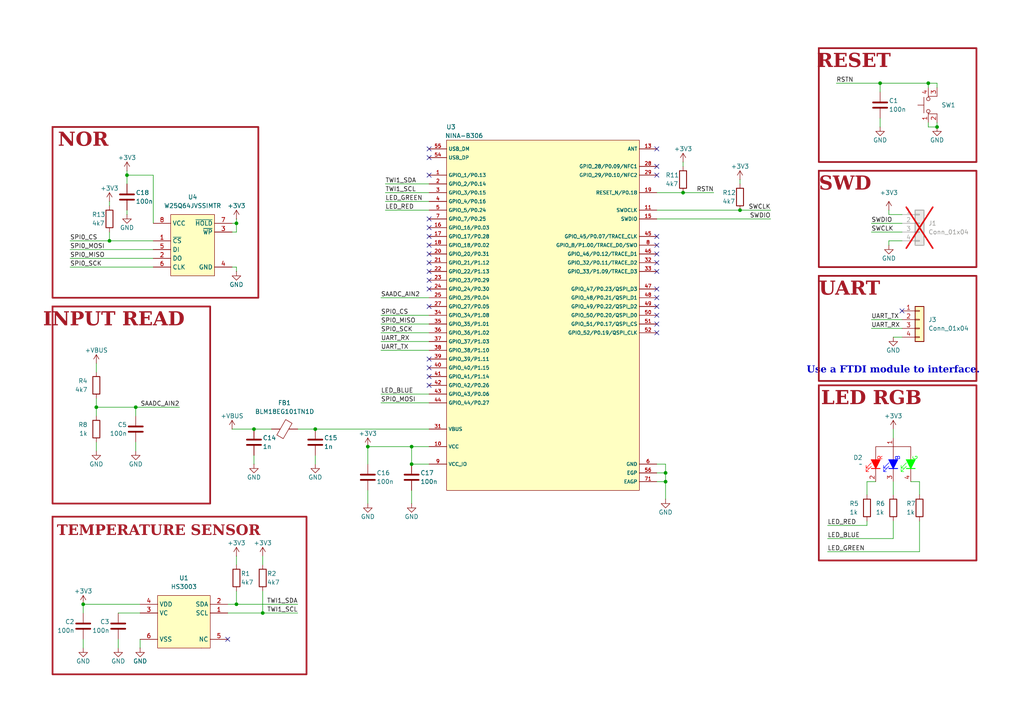
<source format=kicad_sch>
(kicad_sch (version 20250114) (generator "eeschema") (generator_version "9.0")
  (paper "A4")
  (title_block (title "PCB NRF52 PROJECT") (date "2025-05-16") (rev "1.0") (company "Author: William Sleman"))
  (lib_symbols
    (symbol "0_diodes:SMLP34RGB2W3"
      (property "Reference" "D" (at -9.525 6.35 0))
      (symbol "SMLP34RGB2W3_0_1"
        (polyline (pts (xy -5.08 3.81) (xy -5.08 5.08)))
        (polyline (pts (xy -5.08 1.27) (xy -5.08 0)))
        (polyline (pts (xy 0 3.81) (xy 0 5.08)))
        (polyline (pts (xy 0 1.27) (xy 0 0)))
        (polyline (pts (xy 5.08 3.81) (xy 5.08 5.08)))
        (polyline (pts (xy 5.08 1.27) (xy 5.08 0)))
        (polyline (pts (xy 5.08 0) (xy 5.08 -2.54) (xy 0 -2.54) (xy 0 0) (xy 0 -2.54) (xy -5.08 -2.54) (xy -5.08 0)))
      )
      (symbol "SMLP34RGB2W3_1_1"
        (polyline (pts (xy -6.35 3.81) (xy -3.81 3.81)) (stroke (width 0.254) (color 255 0 0 1)))
        (polyline (pts (xy -6.35 3.175) (xy -7.874 4.699) (xy -7.874 3.937) (xy -7.874 4.699) (xy -7.112 4.699)) (stroke (width 0) (color 255 0 0 1)))
        (polyline (pts (xy -6.35 2.159) (xy -7.874 3.683) (xy -7.874 2.921) (xy -7.874 3.683) (xy -7.112 3.683)) (stroke (width 0) (color 255 0 0 1)))
        (polyline (pts (xy -6.35 1.27) (xy -3.81 1.27) (xy -5.08 3.81) (xy -6.35 1.27)) (stroke (width 0.254) (color 255 0 0 1)) (fill (type color) (color 255 0 0 1)))
        (polyline (pts (xy -5.08 3.81) (xy -5.08 1.27)) (stroke (width 0) (color 255 0 0 1)))
        (polyline (pts (xy -1.27 3.81) (xy 1.27 3.81)) (stroke (width 0.254) (color 0 0 255 1)))
        (polyline (pts (xy -1.27 3.175) (xy -2.794 4.699) (xy -2.794 3.937) (xy -2.794 4.699) (xy -2.032 4.699)) (stroke (width 0) (color 0 0 255 1)))
        (polyline (pts (xy -1.27 2.159) (xy -2.794 3.683) (xy -2.794 2.921) (xy -2.794 3.683) (xy -2.032 3.683)) (stroke (width 0) (color 0 0 255 1)))
        (polyline (pts (xy -1.27 1.27) (xy 1.27 1.27) (xy 0 3.81) (xy -1.27 1.27)) (stroke (width 0.254) (color 0 0 255 1)) (fill (type color) (color 0 0 255 1)))
        (polyline (pts (xy 3.81 3.81) (xy 6.35 3.81)) (stroke (width 0.254) (color 0 255 0 1)))
        (polyline (pts (xy 3.81 3.175) (xy 2.286 4.699) (xy 2.286 3.937) (xy 2.286 4.699) (xy 3.048 4.699)) (stroke (width 0) (color 0 255 0 1)))
        (polyline (pts (xy 3.81 2.159) (xy 2.286 3.683) (xy 2.286 2.921) (xy 2.286 3.683) (xy 3.048 3.683)) (stroke (width 0) (color 0 255 0 1)))
        (polyline (pts (xy 3.81 1.27) (xy 6.35 1.27) (xy 5.08 3.81) (xy 3.81 1.27)) (stroke (width 0.254) (color 0 255 0 1)) (fill (type color) (color 0 255 0 1)))
        (text "R" (at -3.81 0.635 900) (effects (font (size 1.27 1.27))))
        (text "B" (at 1.27 0.635 900) (effects (font (size 1.27 1.27))))
        (text "G" (at 6.35 0.635 900) (effects (font (size 1.27 1.27))))
        (pin passive line (at -5.08 7.62 270) (length 2.54) (name "") (number "2"))
        (pin passive line (at 0 7.62 270) (length 2.54) (name "") (number "3"))
        (pin passive line (at 0 -5.08 90) (length 2.54) (name "") (number "1"))
        (pin passive line (at 5.08 7.62 270) (length 2.54) (name "") (number "4"))
      )
    )
    (symbol "0_ics:HS3003"
      (property "Reference" "U" (at 0 6.35 0))
      (property "Value" "HS3003" (at 0 3.81 0))
      (symbol "HS3003_0_1"
        (rectangle (start 5.08 -12.7) (end 5.08 -12.7))
      )
      (symbol "HS3003_1_1"
        (rectangle (start -7.62 2.54) (end 7.62 -12.7) (fill (type color) (color 255 255 194 1)))
        (pin passive line (at -12.7 0 0) (length 5.08) (name "VDD") (number "4"))
        (pin passive line (at -12.7 -2.54 0) (length 5.08) (name "VC") (number "3"))
        (pin passive line (at -12.7 -10.16 0) (length 5.08) (name "VSS") (number "6"))
        (pin passive line (at 12.7 0 180) (length 5.08) (name "SDA") (number "2"))
        (pin passive line (at 12.7 -2.54 180) (length 5.08) (name "SCL") (number "1"))
        (pin passive line (at 12.7 -10.16 180) (length 5.08) (name "NC") (number "5"))
      )
    )
    (symbol "0_ics:NINA-B306"
      (property "Reference" "U" (at -17.78 0 0))
      (symbol "NINA-B306_0_0"
        (rectangle (start -12.7 -2.54) (end 43.18 -104.14) (stroke (width 0.1524)) (fill (type background)))
      )
      (symbol "NINA-B306_1_0"
        (pin passive line (at -17.78 -5.08 0) (length 5.08) (name "USB_DM") (number "55"))
        (pin passive line (at -17.78 -7.62 0) (length 5.08) (name "USB_DP") (number "54"))
        (pin passive line (at -17.78 -12.7 0) (length 5.08) (name "GPIO_1/P0.13") (number "1"))
        (pin passive line (at -17.78 -15.24 0) (length 5.08) (name "GPIO_2/P0.14") (number "2"))
        (pin passive line (at -17.78 -17.78 0) (length 5.08) (name "GPIO_3/P0.15") (number "3"))
        (pin passive line (at -17.78 -20.32 0) (length 5.08) (name "GPIO_4/P0.16") (number "4"))
        (pin passive line (at -17.78 -22.86 0) (length 5.08) (name "GPIO_5/P0.24") (number "5"))
        (pin passive line (at -17.78 -25.4 0) (length 5.08) (name "GPIO_7/P0.25") (number "7"))
        (pin passive line (at -17.78 -27.94 0) (length 5.08) (name "GPIO_16/P0.03") (number "16"))
        (pin passive line (at -17.78 -30.48 0) (length 5.08) (name "GPIO_17/P0.28") (number "17"))
        (pin passive line (at -17.78 -33.02 0) (length 5.08) (name "GPIO_18/P0.02") (number "18"))
        (pin passive line (at -17.78 -35.56 0) (length 5.08) (name "GPIO_20/P0.31") (number "20"))
        (pin passive line (at -17.78 -38.1 0) (length 5.08) (name "GPIO_21/P1.12") (number "21"))
        (pin passive line (at -17.78 -40.64 0) (length 5.08) (name "GPIO_22/P1.13") (number "22"))
        (pin passive line (at -17.78 -43.18 0) (length 5.08) (name "GPIO_23/P0.29") (number "23"))
        (pin passive line (at -17.78 -45.72 0) (length 5.08) (name "GPIO_24/P0.30") (number "24"))
        (pin passive line (at -17.78 -48.26 0) (length 5.08) (name "GPIO_25/P0.04") (number "25"))
        (pin passive line (at -17.78 -50.8 0) (length 5.08) (name "GPIO_27/P0.05") (number "27"))
        (pin passive line (at -17.78 -53.34 0) (length 5.08) (name "GPIO_34/P1.08") (number "34"))
        (pin passive line (at -17.78 -55.88 0) (length 5.08) (name "GPIO_35/P1.01") (number "35"))
        (pin passive line (at -17.78 -58.42 0) (length 5.08) (name "GPIO_36/P1.02") (number "36"))
        (pin passive line (at -17.78 -60.96 0) (length 5.08) (name "GPIO_37/P1.03") (number "37"))
        (pin passive line (at -17.78 -63.5 0) (length 5.08) (name "GPIO_38/P1.10") (number "38"))
        (pin passive line (at -17.78 -66.04 0) (length 5.08) (name "GPIO_39/P1.11") (number "39"))
        (pin passive line (at -17.78 -68.58 0) (length 5.08) (name "GPIO_40/P1.15") (number "40"))
        (pin passive line (at -17.78 -71.12 0) (length 5.08) (name "GPIO_41/P1.14") (number "41"))
        (pin passive line (at -17.78 -73.66 0) (length 5.08) (name "GPIO_42/P0.26") (number "42"))
        (pin passive line (at -17.78 -76.2 0) (length 5.08) (name "GPIO_43/P0.06") (number "43"))
        (pin passive line (at -17.78 -78.74 0) (length 5.08) (name "GPIO_44/P0.27") (number "44"))
        (pin passive line (at -17.78 -86.36 0) (length 5.08) (name "VBUS") (number "31"))
        (pin passive line (at -17.78 -91.44 0) (length 5.08) (name "VCC") (number "10"))
        (pin passive line (at -17.78 -96.52 0) (length 5.08) (name "VCC_IO") (number "9"))
        (pin passive line (at 48.26 -5.08 180) (length 5.08) (name "ANT") (number "13"))
        (pin passive line (at 48.26 -10.16 180) (length 5.08) (name "GPIO_28/P0.09/NFC1") (number "28"))
        (pin passive line (at 48.26 -12.7 180) (length 5.08) (name "GPIO_29/P0.10/NFC2") (number "29"))
        (pin passive line (at 48.26 -17.78 180) (length 5.08) (name "RESET_N/P0.18") (number "19"))
        (pin passive line (at 48.26 -22.86 180) (length 5.08) (name "SWDCLK") (number "11"))
        (pin passive line (at 48.26 -25.4 180) (length 5.08) (name "SWDIO") (number "15"))
        (pin passive line (at 48.26 -30.48 180) (length 5.08) (name "GPIO_45/P0.07/TRACE_CLK") (number "45"))
        (pin passive line (at 48.26 -33.02 180) (length 5.08) (name "GPIO_8/P1.00/TRACE_D0/SWO") (number "8"))
        (pin passive line (at 48.26 -35.56 180) (length 5.08) (name "GPIO_46/P0.12/TRACE_D1") (number "46"))
        (pin passive line (at 48.26 -38.1 180) (length 5.08) (name "GPIO_32/P0.11/TRACE_D2") (number "32"))
        (pin passive line (at 48.26 -40.64 180) (length 5.08) (name "GPIO_33/P1.09/TRACE_D3") (number "33"))
        (pin passive line (at 48.26 -45.72 180) (length 5.08) (name "GPIO_47/P0.23/QSPI_D3") (number "47"))
        (pin passive line (at 48.26 -48.26 180) (length 5.08) (name "GPIO_48/P0.21/QSPI_D1") (number "48"))
        (pin passive line (at 48.26 -50.8 180) (length 5.08) (name "GPIO_49/P0.22/QSPI_D2") (number "49"))
        (pin passive line (at 48.26 -53.34 180) (length 5.08) (name "GPIO_50/P0.20/QSPI_D0") (number "50"))
        (pin passive line (at 48.26 -55.88 180) (length 5.08) (name "GPIO_51/P0.17/QSPI_CS") (number "51"))
        (pin passive line (at 48.26 -58.42 180) (length 5.08) (name "GPIO_52/P0.19/QSPI_CLK") (number "52"))
        (pin passive line (at 48.26 -96.52 180) (length 5.08) (hide yes) (name "GND") (number "12"))
        (pin passive line (at 48.26 -96.52 180) (length 5.08) (hide yes) (name "GND") (number "14"))
        (pin passive line (at 48.26 -96.52 180) (length 5.08) (hide yes) (name "GND") (number "26"))
        (pin passive line (at 48.26 -96.52 180) (length 5.08) (hide yes) (name "GND") (number "30"))
        (pin passive line (at 48.26 -96.52 180) (length 5.08) (hide yes) (name "GND") (number "53"))
        (pin passive line (at 48.26 -96.52 180) (length 5.08) (name "GND") (number "6"))
        (pin passive line (at 48.26 -99.06 180) (length 5.08) (name "EGP") (number "56"))
        (pin passive line (at 48.26 -99.06 180) (length 5.08) (hide yes) (name "EGP") (number "57"))
        (pin passive line (at 48.26 -99.06 180) (length 5.08) (hide yes) (name "EGP") (number "58"))
        (pin passive line (at 48.26 -99.06 180) (length 5.08) (hide yes) (name "EGP") (number "59"))
        (pin passive line (at 48.26 -99.06 180) (length 5.08) (hide yes) (name "EGP") (number "60"))
        (pin passive line (at 48.26 -99.06 180) (length 5.08) (hide yes) (name "EGP") (number "61"))
        (pin passive line (at 48.26 -99.06 180) (length 5.08) (hide yes) (name "EGP") (number "62"))
        (pin passive line (at 48.26 -99.06 180) (length 5.08) (hide yes) (name "EGP") (number "63"))
        (pin passive line (at 48.26 -99.06 180) (length 5.08) (hide yes) (name "EGP") (number "64"))
        (pin passive line (at 48.26 -99.06 180) (length 5.08) (hide yes) (name "EGP") (number "65"))
        (pin passive line (at 48.26 -99.06 180) (length 5.08) (hide yes) (name "EGP") (number "66"))
        (pin passive line (at 48.26 -99.06 180) (length 5.08) (hide yes) (name "EGP") (number "67"))
        (pin passive line (at 48.26 -101.6 180) (length 5.08) (hide yes) (name "EAGP") (number "68"))
        (pin passive line (at 48.26 -101.6 180) (length 5.08) (hide yes) (name "EAGP") (number "69"))
        (pin passive line (at 48.26 -101.6 180) (length 5.08) (hide yes) (name "EAGP") (number "70"))
        (pin passive line (at 48.26 -101.6 180) (length 5.08) (name "EAGP") (number "71"))
      )
    )
    (symbol "0_ics:W25Q64JVSSIMTR"
      (property "Reference" "U" (at 6.35 8.89 0))
      (property "Value" "W25Q64JVSSIMTR" (at 5.08 6.35 0))
      (symbol "W25Q64JVSSIMTR_1_1"
        (rectangle (start 0 5.08) (end 12.7 -12.7) (fill (type color) (color 255 255 194 1)))
        (pin passive line (at -5.08 2.54 0) (length 5.08) (name "VCC") (number "8"))
        (pin passive line (at -5.08 -2.54 0) (length 5.08) (name "~{CS}") (number "1"))
        (pin passive line (at -5.08 -5.08 0) (length 5.08) (name "DI") (number "5"))
        (pin passive line (at -5.08 -7.62 0) (length 5.08) (name "DO") (number "2"))
        (pin passive line (at -5.08 -10.16 0) (length 5.08) (name "CLK") (number "6"))
        (pin passive line (at 17.78 2.54 180) (length 5.08) (name "~{HOLD}") (number "7"))
        (pin passive line (at 17.78 0 180) (length 5.08) (name "~{WP}") (number "3"))
        (pin passive line (at 17.78 -10.16 180) (length 5.08) (name "GND") (number "4"))
      )
    )
    (symbol "0_others:PTS526SK15SMTR2LFS"
      (property "Reference" "SW" (at -5.08 5.08 0))
      (symbol "PTS526SK15SMTR2LFS_0_1"
        (polyline (pts (xy -2.54 -1.27) (xy -2.54 1.27) (xy -2.286 1.27)))
        (polyline (pts (xy -2.286 2.54) (xy 2.286 2.54)))
        (circle (center -1.778 1.27) (radius 0.508))
        (polyline (pts (xy 0 2.54) (xy 0 4.318)))
        (circle (center 1.778 1.27) (radius 0.508))
        (polyline (pts (xy 2.54 -1.27) (xy 2.54 1.27) (xy 2.286 1.27)))
      )
      (symbol "PTS526SK15SMTR2LFS_1_1"
        (pin passive line (at -5.08 1.27 0) (length 2.54) (name "") (number "1"))
        (pin passive line (at -5.08 -1.27 0) (length 2.54) (name "") (number "2"))
        (pin passive line (at 5.08 1.27 180) (length 2.54) (name "") (number "4"))
        (pin passive line (at 5.08 -1.27 180) (length 2.54) (name "") (number "3"))
      )
    )
    (symbol "Connector_Generic:Conn_01x04" (pin_names (offset 1.016) (hide yes))
      (property "Reference" "J" (at 0 5.08 0))
      (property "Value" "Conn_01x04" (at 0 -7.62 0))
      (symbol "Conn_01x04_1_1"
        (rectangle (start -1.27 3.81) (end 1.27 -6.35) (stroke (width 0.254)) (fill (type background)))
        (rectangle (start -1.27 2.667) (end 0 2.413) (stroke (width 0.1524)))
        (rectangle (start -1.27 0.127) (end 0 -0.127) (stroke (width 0.1524)))
        (rectangle (start -1.27 -2.413) (end 0 -2.667) (stroke (width 0.1524)))
        (rectangle (start -1.27 -4.953) (end 0 -5.207) (stroke (width 0.1524)))
        (pin passive line (at -5.08 2.54 0) (length 3.81) (name "Pin_1") (number "1"))
        (pin passive line (at -5.08 0 0) (length 3.81) (name "Pin_2") (number "2"))
        (pin passive line (at -5.08 -2.54 0) (length 3.81) (name "Pin_3") (number "3"))
        (pin passive line (at -5.08 -5.08 0) (length 3.81) (name "Pin_4") (number "4"))
      )
    )
    (symbol "Device:C" (pin_numbers (hide yes)) (pin_names (offset 0.254))
      (property "Reference" "C" (at 0.635 2.54 0))
      (property "Value" "C" (at 0.635 -2.54 0))
      (symbol "C_0_1"
        (polyline (pts (xy -2.032 0.762) (xy 2.032 0.762)) (stroke (width 0.508)))
        (polyline (pts (xy -2.032 -0.762) (xy 2.032 -0.762)) (stroke (width 0.508)))
      )
      (symbol "C_1_1"
        (pin passive line (at 0 3.81 270) (length 2.794) (name "~") (number "1"))
        (pin passive line (at 0 -3.81 90) (length 2.794) (name "~") (number "2"))
      )
    )
    (symbol "Device:FerriteBead" (pin_numbers (hide yes)) (pin_names (offset 0))
      (property "Reference" "FB" (at -3.81 0.635 90))
      (property "Value" "FerriteBead" (at 3.81 0 90))
      (symbol "FerriteBead_0_1"
        (polyline (pts (xy -2.7686 0.4064) (xy -1.7018 2.2606) (xy 2.7686 -0.3048) (xy 1.6764 -2.159) (xy -2.7686 0.4064)))
        (polyline (pts (xy 0 1.27) (xy 0 1.2954)))
        (polyline (pts (xy 0 -1.27) (xy 0 -1.2192)))
      )
      (symbol "FerriteBead_1_1"
        (pin passive line (at 0 3.81 270) (length 2.54) (name "~") (number "1"))
        (pin passive line (at 0 -3.81 90) (length 2.54) (name "~") (number "2"))
      )
    )
    (symbol "Device:R" (pin_numbers (hide yes)) (pin_names (offset 0))
      (property "Reference" "R" (at 2.032 0 90))
      (property "Value" "R" (at 0 0 90))
      (symbol "R_0_1"
        (rectangle (start -1.016 -2.54) (end 1.016 2.54) (stroke (width 0.254)))
      )
      (symbol "R_1_1"
        (pin passive line (at 0 3.81 270) (length 1.27) (name "~") (number "1"))
        (pin passive line (at 0 -3.81 90) (length 1.27) (name "~") (number "2"))
      )
    )
    (symbol "power:+3V3" (power) (pin_numbers (hide yes)) (pin_names (offset 0) (hide yes))
      (property "Value" "+3V3" (at 0 3.556 0))
      (symbol "+3V3_0_1"
        (polyline (pts (xy -0.762 1.27) (xy 0 2.54)))
        (polyline (pts (xy 0 2.54) (xy 0.762 1.27)))
        (polyline (pts (xy 0 0) (xy 0 2.54)))
      )
      (symbol "+3V3_1_1"
        (pin power_in line (at 0 0 90) (length 0) (name "~") (number "1"))
      )
    )
    (symbol "power:+5V" (power) (pin_numbers (hide yes)) (pin_names (offset 0) (hide yes))
      (property "Value" "+5V" (at 0 3.556 0))
      (symbol "+5V_0_1"
        (polyline (pts (xy -0.762 1.27) (xy 0 2.54)))
        (polyline (pts (xy 0 2.54) (xy 0.762 1.27)))
        (polyline (pts (xy 0 0) (xy 0 2.54)))
      )
      (symbol "+5V_1_1"
        (pin power_in line (at 0 0 90) (length 0) (name "~") (number "1"))
      )
    )
    (symbol "power:GND" (power) (pin_numbers (hide yes)) (pin_names (offset 0) (hide yes))
      (property "Value" "GND" (at 0 -3.81 0))
      (symbol "GND_0_1"
        (polyline (pts (xy 0 0) (xy 0 -1.27) (xy 1.27 -1.27) (xy 0 -2.54) (xy -1.27 -1.27) (xy 0 -1.27)))
      )
      (symbol "GND_1_1"
        (pin power_in line (at 0 0 270) (length 0) (name "~") (number "1"))
      )
    )
  )
  (rectangle (start 15.24 36.83) (end 74.93 86.36) (stroke (width 0.5) (color 162 22 34 1)))
  (rectangle (start 237.49 13.97) (end 283.21 46.99) (stroke (width 0.5) (color 162 22 34 1)))
  (rectangle (start 15.24 88.9) (end 60.96 146.05) (stroke (width 0.5) (color 162 22 34 1)))
  (rectangle (start 237.49 80.01) (end 283.21 110.49) (stroke (width 0.5) (color 162 22 34 1)))
  (rectangle (start 237.49 49.53) (end 283.21 77.47) (stroke (width 0.5) (color 162 22 34 1)))
  (rectangle (start 237.49 111.76) (end 283.21 162.56) (stroke (width 0.5) (color 162 22 34 1)))
  (rectangle (start 15.24 149.86) (end 88.9 195.58) (stroke (width 0.5) (color 162 22 34 1)))
  (text "TEMPERATURE SENSOR" (at 16.51 154.94 0) (effects (font (size 3 3) (bold yes)) (justify left)))
  (text "NOR" (at 24.13 41.91 0) (effects (font (size 4 4) (bold yes))))
  (text "LED RGB" (at 252.73 116.84 0) (effects (font (size 4 4) (bold yes))))
  (text "SWD" (at 245.11 54.61 0) (effects (font (size 4 4) (bold yes))))
  (text "UART" (at 246.38 85.09 0) (effects (font (size 4 4) (bold yes))))
  (text "${SHEETNAME}" (at 111.76 30.48 0) (effects (font (size 9 9) (thickness 1) (bold yes)) (justify left bottom)))
  (text "Use a FTDI module to interface." (at 259.08 107.95 0) (effects (font (size 2 2) (bold yes))))
  (text "RESET" (at 247.65 19.05 0) (effects (font (size 4 4) (bold yes))))
  (text "INPUT READ" (at 33.02 93.98 0) (effects (font (size 4 4) (bold yes))))
  (junction (at 193.04 139.7))
  (junction (at 119.38 129.54))
  (junction (at 36.83 50.8))
  (junction (at 27.94 118.11))
  (junction (at 214.63 60.96))
  (junction (at 106.68 129.54))
  (junction (at 198.12 55.88))
  (junction (at 269.24 24.13))
  (junction (at 119.38 134.62))
  (junction (at 91.44 124.46))
  (junction (at 76.2 177.8))
  (junction (at 68.58 175.26))
  (junction (at 73.66 124.46))
  (junction (at 24.13 175.26))
  (junction (at 68.58 64.77))
  (junction (at 39.37 118.11))
  (junction (at 193.04 137.16))
  (junction (at 31.75 69.85))
  (junction (at 271.78 36.83))
  (junction (at 255.27 24.13))
  (no_connect (at 124.46 71.12))
  (no_connect (at 124.46 106.68))
  (no_connect (at 124.46 109.22))
  (no_connect (at 190.5 96.52))
  (no_connect (at 190.5 83.82))
  (no_connect (at 124.46 78.74))
  (no_connect (at 124.46 66.04))
  (no_connect (at 190.5 71.12))
  (no_connect (at 190.5 73.66))
  (no_connect (at 190.5 86.36))
  (no_connect (at 124.46 81.28))
  (no_connect (at 124.46 83.82))
  (no_connect (at 124.46 45.72))
  (no_connect (at 190.5 88.9))
  (no_connect (at 124.46 63.5))
  (no_connect (at 124.46 68.58))
  (no_connect (at 190.5 76.2))
  (no_connect (at 190.5 48.26))
  (no_connect (at 190.5 91.44))
  (no_connect (at 190.5 50.8))
  (no_connect (at 66.04 185.42))
  (no_connect (at 190.5 78.74))
  (no_connect (at 124.46 104.14))
  (no_connect (at 261.62 90.17))
  (no_connect (at 190.5 68.58))
  (no_connect (at 124.46 50.8))
  (no_connect (at 124.46 88.9))
  (no_connect (at 124.46 111.76))
  (no_connect (at 124.46 76.2))
  (no_connect (at 124.46 73.66))
  (no_connect (at 190.5 43.18))
  (no_connect (at 124.46 43.18))
  (no_connect (at 190.5 93.98))
  (wire (pts (xy 255.27 24.13) (xy 255.27 26.67)))
  (wire (pts (xy 255.27 34.29) (xy 255.27 36.83)))
  (wire (pts (xy 27.94 105.41) (xy 27.94 107.95)))
  (wire (pts (xy 44.45 50.8) (xy 44.45 64.77)))
  (wire (pts (xy 31.75 67.31) (xy 31.75 69.85)))
  (wire (pts (xy 36.83 50.8) (xy 36.83 53.34)))
  (wire (pts (xy 240.03 156.21) (xy 259.08 156.21)))
  (wire (pts (xy 266.7 139.7) (xy 264.16 139.7)))
  (wire (pts (xy 67.31 124.46) (xy 73.66 124.46)))
  (wire (pts (xy 119.38 129.54) (xy 119.38 134.62)))
  (wire (pts (xy 68.58 161.29) (xy 68.58 163.83)))
  (wire (pts (xy 110.49 86.36) (xy 124.46 86.36)))
  (wire (pts (xy 91.44 132.08) (xy 91.44 134.62)))
  (wire (pts (xy 198.12 55.88) (xy 207.01 55.88)))
  (wire (pts (xy 68.58 171.45) (xy 68.58 175.26)))
  (wire (pts (xy 68.58 175.26) (xy 86.36 175.26)))
  (wire (pts (xy 252.73 95.25) (xy 261.62 95.25)))
  (wire (pts (xy 214.63 52.07) (xy 214.63 53.34)))
  (wire (pts (xy 40.64 175.26) (xy 24.13 175.26)))
  (wire (pts (xy 27.94 118.11) (xy 27.94 120.65)))
  (wire (pts (xy 269.24 24.13) (xy 271.78 24.13)))
  (wire (pts (xy 190.5 60.96) (xy 214.63 60.96)))
  (wire (pts (xy 66.04 175.26) (xy 68.58 175.26)))
  (wire (pts (xy 190.5 63.5) (xy 223.52 63.5)))
  (wire (pts (xy 242.57 24.13) (xy 255.27 24.13)))
  (wire (pts (xy 271.78 24.13) (xy 271.78 25.4)))
  (wire (pts (xy 24.13 185.42) (xy 24.13 187.96)))
  (wire (pts (xy 73.66 124.46) (xy 78.74 124.46)))
  (wire (pts (xy 106.68 129.54) (xy 106.68 134.62)))
  (wire (pts (xy 269.24 36.83) (xy 271.78 36.83)))
  (wire (pts (xy 255.27 24.13) (xy 269.24 24.13)))
  (wire (pts (xy 68.58 77.47) (xy 67.31 77.47)))
  (wire (pts (xy 111.76 55.88) (xy 124.46 55.88)))
  (wire (pts (xy 193.04 134.62) (xy 193.04 137.16)))
  (wire (pts (xy 266.7 139.7) (xy 266.7 143.51)))
  (wire (pts (xy 119.38 129.54) (xy 106.68 129.54)))
  (wire (pts (xy 119.38 134.62) (xy 124.46 134.62)))
  (wire (pts (xy 110.49 116.84) (xy 124.46 116.84)))
  (wire (pts (xy 193.04 139.7) (xy 193.04 137.16)))
  (wire (pts (xy 67.31 64.77) (xy 68.58 64.77)))
  (wire (pts (xy 251.46 139.7) (xy 251.46 143.51)))
  (wire (pts (xy 91.44 124.46) (xy 124.46 124.46)))
  (wire (pts (xy 259.08 97.79) (xy 261.62 97.79)))
  (wire (pts (xy 190.5 134.62) (xy 193.04 134.62)))
  (wire (pts (xy 36.83 49.53) (xy 36.83 50.8)))
  (wire (pts (xy 261.62 69.85) (xy 257.81 69.85)))
  (wire (pts (xy 24.13 175.26) (xy 24.13 177.8)))
  (wire (pts (xy 39.37 118.11) (xy 39.37 120.65)))
  (wire (pts (xy 27.94 128.27) (xy 27.94 130.81)))
  (wire (pts (xy 34.29 185.42) (xy 34.29 187.96)))
  (wire (pts (xy 111.76 53.34) (xy 124.46 53.34)))
  (wire (pts (xy 269.24 35.56) (xy 269.24 36.83)))
  (wire (pts (xy 190.5 55.88) (xy 198.12 55.88)))
  (wire (pts (xy 252.73 92.71) (xy 261.62 92.71)))
  (wire (pts (xy 252.73 67.31) (xy 261.62 67.31)))
  (wire (pts (xy 259.08 156.21) (xy 259.08 151.13)))
  (wire (pts (xy 20.32 72.39) (xy 44.45 72.39)))
  (wire (pts (xy 39.37 118.11) (xy 27.94 118.11)))
  (wire (pts (xy 257.81 69.85) (xy 257.81 71.12)))
  (wire (pts (xy 110.49 93.98) (xy 124.46 93.98)))
  (wire (pts (xy 110.49 101.6) (xy 124.46 101.6)))
  (wire (pts (xy 66.04 177.8) (xy 76.2 177.8)))
  (wire (pts (xy 254 139.7) (xy 251.46 139.7)))
  (wire (pts (xy 261.62 62.23) (xy 257.81 62.23)))
  (wire (pts (xy 86.36 124.46) (xy 91.44 124.46)))
  (wire (pts (xy 193.04 144.78) (xy 193.04 139.7)))
  (wire (pts (xy 110.49 99.06) (xy 124.46 99.06)))
  (wire (pts (xy 259.08 124.46) (xy 259.08 127)))
  (wire (pts (xy 67.31 67.31) (xy 68.58 67.31)))
  (wire (pts (xy 124.46 129.54) (xy 119.38 129.54)))
  (wire (pts (xy 251.46 151.13) (xy 251.46 152.4)))
  (wire (pts (xy 261.62 64.77) (xy 252.73 64.77)))
  (wire (pts (xy 266.7 160.02) (xy 266.7 151.13)))
  (wire (pts (xy 111.76 58.42) (xy 124.46 58.42)))
  (wire (pts (xy 40.64 185.42) (xy 40.64 187.96)))
  (wire (pts (xy 31.75 69.85) (xy 44.45 69.85)))
  (wire (pts (xy 31.75 58.42) (xy 31.75 59.69)))
  (wire (pts (xy 257.81 62.23) (xy 257.81 60.96)))
  (wire (pts (xy 190.5 137.16) (xy 193.04 137.16)))
  (wire (pts (xy 240.03 160.02) (xy 266.7 160.02)))
  (wire (pts (xy 110.49 96.52) (xy 124.46 96.52)))
  (wire (pts (xy 27.94 115.57) (xy 27.94 118.11)))
  (wire (pts (xy 190.5 139.7) (xy 193.04 139.7)))
  (wire (pts (xy 44.45 50.8) (xy 36.83 50.8)))
  (wire (pts (xy 110.49 91.44) (xy 124.46 91.44)))
  (wire (pts (xy 76.2 177.8) (xy 86.36 177.8)))
  (wire (pts (xy 20.32 69.85) (xy 31.75 69.85)))
  (wire (pts (xy 39.37 128.27) (xy 39.37 130.81)))
  (wire (pts (xy 68.58 67.31) (xy 68.58 64.77)))
  (wire (pts (xy 52.07 118.11) (xy 39.37 118.11)))
  (wire (pts (xy 214.63 60.96) (xy 223.52 60.96)))
  (wire (pts (xy 110.49 114.3) (xy 124.46 114.3)))
  (wire (pts (xy 269.24 24.13) (xy 269.24 25.4)))
  (wire (pts (xy 259.08 139.7) (xy 259.08 143.51)))
  (wire (pts (xy 198.12 46.99) (xy 198.12 48.26)))
  (wire (pts (xy 111.76 60.96) (xy 124.46 60.96)))
  (wire (pts (xy 240.03 152.4) (xy 251.46 152.4)))
  (wire (pts (xy 106.68 142.24) (xy 106.68 146.05)))
  (wire (pts (xy 73.66 132.08) (xy 73.66 134.62)))
  (wire (pts (xy 68.58 63.5) (xy 68.58 64.77)))
  (wire (pts (xy 68.58 78.74) (xy 68.58 77.47)))
  (wire (pts (xy 76.2 171.45) (xy 76.2 177.8)))
  (wire (pts (xy 271.78 36.83) (xy 271.78 35.56)))
  (wire (pts (xy 20.32 77.47) (xy 44.45 77.47)))
  (wire (pts (xy 40.64 177.8) (xy 34.29 177.8)))
  (wire (pts (xy 76.2 161.29) (xy 76.2 163.83)))
  (wire (pts (xy 36.83 60.96) (xy 36.83 62.23)))
  (wire (pts (xy 119.38 142.24) (xy 119.38 146.05)))
  (wire (pts (xy 20.32 74.93) (xy 44.45 74.93)))
  (label "SWDIO" (at 223.52 63.5 180))
  (label "TWI1_SDA" (at 86.36 175.26 180))
  (label "TWI1_SCL" (at 111.76 55.88 0))
  (label "SAADC_AIN2" (at 110.49 86.36 0))
  (label "RSTN" (at 242.57 24.13 0))
  (label "SWCLK" (at 223.52 60.96 180))
  (label "SPI0_MISO" (at 20.32 74.93 0))
  (label "UART_RX" (at 252.73 95.25 0))
  (label "SPI0_CS" (at 110.49 91.44 0))
  (label "UART_RX" (at 110.49 99.06 0))
  (label "SWDIO" (at 252.73 64.77 0))
  (label "SPI0_MOSI" (at 110.49 116.84 0))
  (label "SPI0_CS" (at 20.32 69.85 0))
  (label "TWI1_SCL" (at 86.36 177.8 180))
  (label "TWI1_SDA" (at 111.76 53.34 0))
  (label "SWCLK" (at 252.73 67.31 0))
  (label "LED_BLUE" (at 240.03 156.21 0))
  (label "SPI0_MOSI" (at 20.32 72.39 0))
  (label "SAADC_AIN2" (at 52.07 118.11 180))
  (label "UART_TX" (at 252.73 92.71 0))
  (label "SPI0_MISO" (at 110.49 93.98 0))
  (label "UART_TX" (at 110.49 101.6 0))
  (label "LED_BLUE" (at 110.49 114.3 0))
  (label "RSTN" (at 207.01 55.88 180))
  (label "SPI0_SCK" (at 110.49 96.52 0))
  (label "LED_GREEN" (at 240.03 160.02 0))
  (label "LED_GREEN" (at 111.76 58.42 0))
  (label "SPI0_SCK" (at 20.32 77.47 0))
  (label "LED_RED" (at 111.76 60.96 0))
  (label "LED_RED" (at 240.03 152.4 0))
  (symbol (lib_id "power:+3V3") (at 76.2 161.29 0) (mirror y) (unit 1)
    (property "Reference" "#PWR04" (effects (hide yes)))
    (property "Value" "+3V3" (at 76.2 157.48 0))
    (property "Description" "Power symbol creates a global label with name \"+3V3\"" (effects (hide yes)))
  )
  (symbol (lib_id "power:GND") (at 106.68 146.05 0) (unit 1)
    (property "Reference" "#PWR037" (effects (hide yes)))
    (property "Value" "GND" (at 106.68 149.86 0))
    (property "Description" "Power symbol creates a global label with name \"GND\" , ground" (effects (hide yes)))
  )
  (symbol (lib_id "power:GND") (at 68.58 78.74 0) (unit 1)
    (property "Reference" "#PWR043" (effects (hide yes)))
    (property "Value" "GND" (at 68.58 82.55 0))
    (property "Description" "Power symbol creates a global label with name \"GND\" , ground" (effects (hide yes)))
  )
  (symbol (lib_id "power:GND") (at 119.38 146.05 0) (unit 1)
    (property "Reference" "#PWR038" (effects (hide yes)))
    (property "Value" "GND" (at 119.38 149.86 0))
    (property "Description" "Power symbol creates a global label with name \"GND\" , ground" (effects (hide yes)))
  )
  (symbol (lib_id "power:+5V") (at 67.31 124.46 0) (unit 1)
    (property "Reference" "#PWR032" (effects (hide yes)))
    (property "Value" "+VBUS" (at 67.31 120.65 0))
    (property "Description" "Power symbol creates a global label with name \"+5V\"" (effects (hide yes)))
  )
  (symbol (lib_id "Device:R") (at 259.08 147.32 0) (unit 1)
    (property "Reference" "R6" (at 254 146.05 0) (effects (justify left)))
    (property "Value" "1k" (at 254 148.59 0) (effects (justify left)))
    (property "Footprint" "Resistor_SMD:R_0402_1005Metric" (effects (hide yes)))
    (property "Description" "Resistor" (effects (hide yes)))
  )
  (symbol (lib_id "power:GND") (at 27.94 130.81 0) (mirror y) (unit 1)
    (property "Reference" "#PWR019" (effects (hide yes)))
    (property "Value" "GND" (at 27.94 134.62 0))
    (property "Description" "Power symbol creates a global label with name \"GND\" , ground" (effects (hide yes)))
  )
  (symbol (lib_id "power:GND") (at 255.27 36.83 0) (unit 1)
    (property "Reference" "#PWR01" (effects (hide yes)))
    (property "Value" "GND" (at 255.27 40.64 0))
    (property "Description" "Power symbol creates a global label with name \"GND\" , ground" (effects (hide yes)))
  )
  (symbol (lib_id "power:+3V3") (at 68.58 161.29 0) (mirror y) (unit 1)
    (property "Reference" "#PWR03" (effects (hide yes)))
    (property "Value" "+3V3" (at 68.58 157.48 0))
    (property "Description" "Power symbol creates a global label with name \"+3V3\"" (effects (hide yes)))
  )
  (symbol (lib_id "Device:R") (at 68.58 167.64 0) (unit 1)
    (property "Reference" "R1" (at 69.85 166.37 0) (effects (justify left)))
    (property "Value" "4k7" (at 69.85 168.91 0) (effects (justify left)))
    (property "Footprint" "Resistor_SMD:R_0402_1005Metric" (effects (hide yes)))
    (property "Description" "Resistor" (effects (hide yes)))
  )
  (symbol (lib_id "Device:C") (at 36.83 57.15 0) (unit 1)
    (property "Reference" "C18" (at 39.37 55.88 0) (effects (justify left)))
    (property "Value" "100n" (at 39.37 58.42 0) (effects (justify left)))
    (property "Footprint" "Capacitor_SMD:C_0402_1005Metric" (effects (hide yes)))
    (property "Description" "Unpolarized capacitor" (effects (hide yes)))
  )
  (symbol (lib_id "power:+3V3") (at 68.58 63.5 0) (unit 1)
    (property "Reference" "#PWR042" (effects (hide yes)))
    (property "Value" "+3V3" (at 68.58 59.69 0))
    (property "Description" "Power symbol creates a global label with name \"+3V3\"" (effects (hide yes)))
  )
  (symbol (lib_id "Connector_Generic:Conn_01x04") (at 266.7 64.77 0) (unit 1) (dnp yes)
    (property "Reference" "J1" (at 269.24 64.7699 0) (effects (justify left)))
    (property "Value" "Conn_01x04" (at 269.24 67.3099 0) (effects (justify left)))
    (property "Footprint" "Connector_PinHeader_2.54mm:PinHeader_1x04_P2.54mm_Vertical" (effects (hide yes)))
    (property "Description" "Generic connector, single row, 01x04, script generated (kicad-library-utils/schlib/autogen/connector/)" (effects (hide yes)))
  )
  (symbol (lib_id "power:GND") (at 259.08 97.79 0) (unit 1)
    (property "Reference" "#PWR012" (effects (hide yes)))
    (property "Value" "GND" (at 259.08 101.6 0))
    (property "Description" "Power symbol creates a global label with name \"GND\" , ground" (effects (hide yes)))
  )
  (symbol (lib_id "Device:R") (at 31.75 63.5 0) (unit 1)
    (property "Reference" "R13" (at 26.67 62.23 0) (effects (justify left)))
    (property "Value" "4k7" (at 26.67 64.77 0) (effects (justify left)))
    (property "Footprint" "Resistor_SMD:R_0402_1005Metric" (effects (hide yes)))
    (property "Description" "Resistor" (effects (hide yes)))
  )
  (symbol (lib_id "Connector_Generic:Conn_01x04") (at 266.7 92.71 0) (unit 1)
    (property "Reference" "J3" (at 269.24 92.7099 0) (effects (justify left)))
    (property "Value" "Conn_01x04" (at 269.24 95.2499 0) (effects (justify left)))
    (property "Footprint" "0_connectors:MOLEX_530480410" (effects (hide yes)))
    (property "Description" "Generic connector, single row, 01x04, script generated (kicad-library-utils/schlib/autogen/connector/)" (effects (hide yes)))
  )
  (symbol (lib_id "Device:C") (at 73.66 128.27 0) (unit 1)
    (property "Reference" "C14" (at 76.2 127 0) (effects (justify left)))
    (property "Value" "1n" (at 76.2 129.54 0) (effects (justify left)))
    (property "Footprint" "Capacitor_SMD:C_0402_1005Metric" (effects (hide yes)))
    (property "Description" "Unpolarized capacitor" (effects (hide yes)))
  )
  (symbol (lib_id "Device:C") (at 39.37 124.46 0) (mirror y) (unit 1)
    (property "Reference" "C5" (at 36.83 123.19 0) (effects (justify left)))
    (property "Value" "100n" (at 36.83 125.73 0) (effects (justify left)))
    (property "Footprint" "Capacitor_SMD:C_0402_1005Metric" (effects (hide yes)))
    (property "Description" "Unpolarized capacitor" (effects (hide yes)))
  )
  (symbol (lib_id "power:+3V3") (at 198.12 46.99 0) (unit 1)
    (property "Reference" "#PWR030" (effects (hide yes)))
    (property "Value" "+3V3" (at 198.12 43.18 0))
    (property "Description" "Power symbol creates a global label with name \"+3V3\"" (effects (hide yes)))
  )
  (symbol (lib_id "power:GND") (at 193.04 144.78 0) (unit 1)
    (property "Reference" "#PWR036" (effects (hide yes)))
    (property "Value" "GND" (at 193.04 148.59 0))
    (property "Description" "Power symbol creates a global label with name \"GND\" , ground" (effects (hide yes)))
  )
  (symbol (lib_id "Device:C") (at 34.29 181.61 0) (mirror y) (unit 1)
    (property "Reference" "C3" (at 31.75 180.34 0) (effects (justify left)))
    (property "Value" "100n" (at 31.75 182.88 0) (effects (justify left)))
    (property "Footprint" "Capacitor_SMD:C_0402_1005Metric" (effects (hide yes)))
    (property "Description" "Unpolarized capacitor" (effects (hide yes)))
  )
  (symbol (lib_id "power:+3V3") (at 31.75 58.42 0) (unit 1)
    (property "Reference" "#PWR040" (effects (hide yes)))
    (property "Value" "+3V3" (at 31.75 54.61 0))
    (property "Description" "Power symbol creates a global label with name \"+3V3\"" (effects (hide yes)))
  )
  (symbol (lib_id "Device:R") (at 251.46 147.32 0) (unit 1)
    (property "Reference" "R5" (at 246.38 146.05 0) (effects (justify left)))
    (property "Value" "1k" (at 246.38 148.59 0) (effects (justify left)))
    (property "Footprint" "Resistor_SMD:R_0402_1005Metric" (effects (hide yes)))
    (property "Description" "Resistor" (effects (hide yes)))
  )
  (symbol (lib_id "power:GND") (at 40.64 187.96 0) (mirror y) (unit 1)
    (property "Reference" "#PWR08" (effects (hide yes)))
    (property "Value" "GND" (at 40.64 191.77 0))
    (property "Description" "Power symbol creates a global label with name \"GND\" , ground" (effects (hide yes)))
  )
  (symbol (lib_id "power:+3V3") (at 257.81 60.96 0) (unit 1)
    (property "Reference" "#PWR09" (effects (hide yes)))
    (property "Value" "+3V3" (at 257.81 55.88 0))
    (property "Description" "Power symbol creates a global label with name \"+3V3\"" (effects (hide yes)))
  )
  (symbol (lib_id "Device:R") (at 266.7 147.32 0) (unit 1)
    (property "Reference" "R7" (at 262.89 146.05 0) (effects (justify left)))
    (property "Value" "1k" (at 262.89 148.59 0) (effects (justify left)))
    (property "Footprint" "Resistor_SMD:R_0402_1005Metric" (effects (hide yes)))
    (property "Description" "Resistor" (effects (hide yes)))
  )
  (symbol (lib_id "0_ics:W25Q64JVSSIMTR") (at 49.53 67.31 0) (unit 1)
    (property "Reference" "U4" (at 55.88 57.15 0))
    (property "Value" "W25Q64JVSSIMTR" (at 55.88 59.69 0))
    (property "Footprint" "Package_SO:SOIC-8_5.3x5.3mm_P1.27mm" (effects (hide yes)))
  )
  (symbol (lib_id "power:GND") (at 73.66 134.62 0) (unit 1)
    (property "Reference" "#PWR034" (effects (hide yes)))
    (property "Value" "GND" (at 73.66 138.43 0))
    (property "Description" "Power symbol creates a global label with name \"GND\" , ground" (effects (hide yes)))
  )
  (symbol (lib_id "power:+3V3") (at 106.68 129.54 0) (unit 1)
    (property "Reference" "#PWR033" (effects (hide yes)))
    (property "Value" "+3V3" (at 106.68 125.73 0))
    (property "Description" "Power symbol creates a global label with name \"+3V3\"" (effects (hide yes)))
  )
  (symbol (lib_id "Device:C") (at 91.44 128.27 0) (unit 1)
    (property "Reference" "C15" (at 93.98 127 0) (effects (justify left)))
    (property "Value" "1n" (at 93.98 129.54 0) (effects (justify left)))
    (property "Footprint" "Capacitor_SMD:C_0402_1005Metric" (effects (hide yes)))
    (property "Description" "Unpolarized capacitor" (effects (hide yes)))
  )
  (symbol (lib_id "Device:R") (at 27.94 124.46 0) (mirror y) (unit 1)
    (property "Reference" "R8" (at 25.4 123.1899 0) (effects (justify left)))
    (property "Value" "1k" (at 25.4 125.7299 0) (effects (justify left)))
    (property "Footprint" "Resistor_SMD:R_0402_1005Metric" (effects (hide yes)))
    (property "Description" "Resistor" (effects (hide yes)))
  )
  (symbol (lib_id "power:+3V3") (at 24.13 175.26 0) (mirror y) (unit 1)
    (property "Reference" "#PWR05" (effects (hide yes)))
    (property "Value" "+3V3" (at 24.13 171.45 0))
    (property "Description" "Power symbol creates a global label with name \"+3V3\"" (effects (hide yes)))
  )
  (symbol (lib_id "power:GND") (at 34.29 187.96 0) (mirror y) (unit 1)
    (property "Reference" "#PWR07" (effects (hide yes)))
    (property "Value" "GND" (at 34.29 191.77 0))
    (property "Description" "Power symbol creates a global label with name \"GND\" , ground" (effects (hide yes)))
  )
  (symbol (lib_id "Device:C") (at 255.27 30.48 0) (unit 1)
    (property "Reference" "C1" (at 257.81 29.21 0) (effects (justify left)))
    (property "Value" "100n" (at 257.81 31.75 0) (effects (justify left)))
    (property "Footprint" "Capacitor_SMD:C_0402_1005Metric" (effects (hide yes)))
    (property "Description" "Unpolarized capacitor" (effects (hide yes)))
  )
  (symbol (lib_id "power:+3V3") (at 36.83 49.53 0) (unit 1)
    (property "Reference" "#PWR039" (effects (hide yes)))
    (property "Value" "+3V3" (at 36.83 45.72 0))
    (property "Description" "Power symbol creates a global label with name \"+3V3\"" (effects (hide yes)))
  )
  (symbol (lib_id "power:GND") (at 257.81 71.12 0) (unit 1)
    (property "Reference" "#PWR010" (effects (hide yes)))
    (property "Value" "GND" (at 257.81 74.93 0))
    (property "Description" "Power symbol creates a global label with name \"GND\" , ground" (effects (hide yes)))
  )
  (symbol (lib_id "0_others:PTS526SK15SMTR2LFS") (at 270.51 30.48 90) (unit 1)
    (property "Reference" "SW1" (at 273.05 30.4799 90) (effects (justify right)))
    (property "Value" "PTS526SK15SMTR2LFS" (effects (hide yes)))
    (property "Footprint" "0_others:SW-SMD_4P-L5.2-W5.2-P3.70-LS6.4" (effects (hide yes)))
    (property "Datasheet" "https://so.szlcsc.com/global.html?k=C388295&ref=editor" (effects (hide yes)))
    (property "LCSC" "C2689521" (effects (hide yes)))
  )
  (symbol (lib_id "power:+5V") (at 27.94 105.41 0) (mirror y) (unit 1)
    (property "Reference" "#PWR017" (effects (hide yes)))
    (property "Value" "+VBUS" (at 27.94 101.6 0))
    (property "Description" "Power symbol creates a global label with name \"+5V\"" (effects (hide yes)))
  )
  (symbol (lib_id "power:+3V3") (at 259.08 124.46 0) (unit 1)
    (property "Reference" "#PWR016" (effects (hide yes)))
    (property "Value" "+3V3" (at 259.08 120.65 0))
    (property "Description" "Power symbol creates a global label with name \"+3V3\"" (effects (hide yes)))
  )
  (symbol (lib_id "Device:FerriteBead") (at 82.55 124.46 90) (unit 1)
    (property "Reference" "FB1" (at 82.4992 116.84 90))
    (property "Value" "BLM18EG101TN1D" (at 82.55 119.38 90))
    (property "Footprint" "Inductor_SMD:L_0603_1608Metric" (effects (hide yes)))
    (property "Description" "Ferrite bead" (effects (hide yes)))
  )
  (symbol (lib_id "power:GND") (at 24.13 187.96 0) (mirror y) (unit 1)
    (property "Reference" "#PWR06" (effects (hide yes)))
    (property "Value" "GND" (at 24.13 191.77 0))
    (property "Description" "Power symbol creates a global label with name \"GND\" , ground" (effects (hide yes)))
  )
  (symbol (lib_id "Device:C") (at 106.68 138.43 0) (unit 1)
    (property "Reference" "C16" (at 109.22 137.16 0) (effects (justify left)))
    (property "Value" "100n" (at 109.22 139.7 0) (effects (justify left)))
    (property "Footprint" "Capacitor_SMD:C_0402_1005Metric" (effects (hide yes)))
    (property "Description" "Unpolarized capacitor" (effects (hide yes)))
  )
  (symbol (lib_id "0_ics:HS3003") (at 53.34 175.26 0) (unit 1)
    (property "Reference" "U1" (at 53.34 167.64 0))
    (property "Value" "HS3003" (at 53.34 170.18 0))
    (property "Footprint" "0_ics:XDCR_HS3003" (effects (hide yes)))
  )
  (symbol (lib_id "Device:R") (at 198.12 52.07 0) (unit 1)
    (property "Reference" "R11" (at 193.04 50.8 0) (effects (justify left)))
    (property "Value" "4k7" (at 193.04 53.34 0) (effects (justify left)))
    (property "Footprint" "Resistor_SMD:R_0402_1005Metric" (effects (hide yes)))
    (property "Description" "Resistor" (effects (hide yes)))
  )
  (symbol (lib_id "Device:C") (at 24.13 181.61 0) (mirror y) (unit 1)
    (property "Reference" "C2" (at 21.59 180.34 0) (effects (justify left)))
    (property "Value" "100n" (at 21.59 182.88 0) (effects (justify left)))
    (property "Footprint" "Capacitor_SMD:C_0402_1005Metric" (effects (hide yes)))
    (property "Description" "Unpolarized capacitor" (effects (hide yes)))
  )
  (symbol (lib_id "Device:R") (at 76.2 167.64 0) (unit 1)
    (property "Reference" "R2" (at 77.47 166.37 0) (effects (justify left)))
    (property "Value" "4k7" (at 77.47 168.91 0) (effects (justify left)))
    (property "Footprint" "Resistor_SMD:R_0402_1005Metric" (effects (hide yes)))
    (property "Description" "Resistor" (effects (hide yes)))
  )
  (symbol (lib_id "0_ics:NINA-B306") (at 142.24 38.1 0) (unit 1)
    (property "Reference" "U3" (at 130.81 36.83 0))
    (property "Value" "NINA-B306" (at 134.62 39.37 0))
    (property "Footprint" "0_ics:NINA_LGA71R_1500X1000X223_PCB" (effects (hide yes)))
    (property "Description" "Stand-alone Bluetooth low energy module" (effects (hide yes)))
    (property "Manufacturer" "U-blox" (effects (hide yes)))
    (property "Package" "SMD-55 U-blox" (effects (hide yes)))
  )
  (symbol (lib_id "power:+3V3") (at 214.63 52.07 0) (unit 1)
    (property "Reference" "#PWR031" (effects (hide yes)))
    (property "Value" "+3V3" (at 214.63 48.26 0))
    (property "Description" "Power symbol creates a global label with name \"+3V3\"" (effects (hide yes)))
  )
  (symbol (lib_id "power:GND") (at 271.78 36.83 0) (unit 1)
    (property "Reference" "#PWR02" (effects (hide yes)))
    (property "Value" "GND" (at 271.78 40.64 0))
    (property "Description" "Power symbol creates a global label with name \"GND\" , ground" (effects (hide yes)))
  )
  (symbol (lib_id "Device:R") (at 214.63 57.15 0) (unit 1)
    (property "Reference" "R12" (at 209.55 55.88 0) (effects (justify left)))
    (property "Value" "4k7" (at 209.55 58.42 0) (effects (justify left)))
    (property "Footprint" "Resistor_SMD:R_0402_1005Metric" (effects (hide yes)))
    (property "Description" "Resistor" (effects (hide yes)))
  )
  (symbol (lib_id "power:GND") (at 91.44 134.62 0) (unit 1)
    (property "Reference" "#PWR035" (effects (hide yes)))
    (property "Value" "GND" (at 91.44 138.43 0))
    (property "Description" "Power symbol creates a global label with name \"GND\" , ground" (effects (hide yes)))
  )
  (symbol (lib_id "power:GND") (at 36.83 62.23 0) (unit 1)
    (property "Reference" "#PWR041" (effects (hide yes)))
    (property "Value" "GND" (at 36.83 66.04 0))
    (property "Description" "Power symbol creates a global label with name \"GND\" , ground" (effects (hide yes)))
  )
  (symbol (lib_id "Device:C") (at 119.38 138.43 0) (unit 1)
    (property "Reference" "C17" (at 121.92 137.16 0) (effects (justify left)))
    (property "Value" "100n" (at 121.92 139.7 0) (effects (justify left)))
    (property "Footprint" "Capacitor_SMD:C_0402_1005Metric" (effects (hide yes)))
    (property "Description" "Unpolarized capacitor" (effects (hide yes)))
  )
  (symbol (lib_id "power:GND") (at 39.37 130.81 0) (mirror y) (unit 1)
    (property "Reference" "#PWR018" (effects (hide yes)))
    (property "Value" "GND" (at 39.37 134.62 0))
    (property "Description" "Power symbol creates a global label with name \"GND\" , ground" (effects (hide yes)))
  )
  (symbol (lib_id "Device:R") (at 27.94 111.76 0) (mirror y) (unit 1)
    (property "Reference" "R4" (at 25.4 110.4899 0) (effects (justify left)))
    (property "Value" "4k7" (at 25.4 113.0299 0) (effects (justify left)))
    (property "Footprint" "Resistor_SMD:R_0402_1005Metric" (effects (hide yes)))
    (property "Description" "Resistor" (effects (hide yes)))
  )
  (symbol (lib_id "0_diodes:SMLP34RGB2W3") (at 259.08 132.08 0) (mirror x) (unit 1)
    (property "Reference" "D2" (at 250.19 132.7149 0) (effects (justify right)))
    (property "Value" "~" (at 250.19 134.62 0) (effects (justify right)))
    (property "Footprint" "0_diodes:LED_SML-P24M_ROM" (effects (hide yes)))
  )
)
</source>
